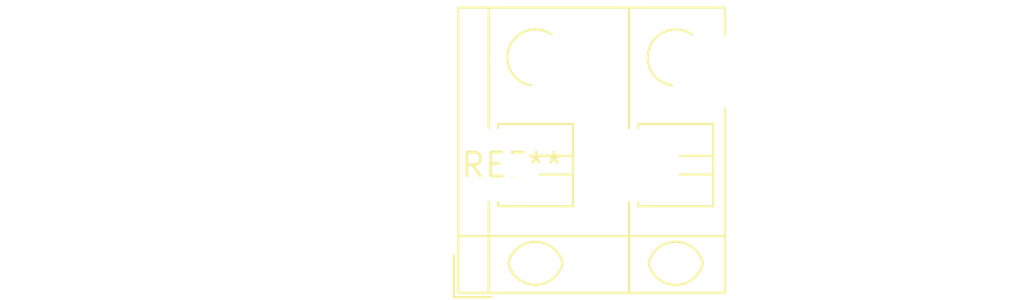
<source format=kicad_pcb>
(kicad_pcb (version 20240108) (generator pcbnew)
  (layers (0 "F.Cu" signal) (31 "B.Cu" signal) (34 "B.Paste" user) (35 "F.Paste" user) (36 "B.SilkS" user "B.Silkscreen") (37 "F.SilkS" user "F.Silkscreen") (38 "B.Mask" user) (39 "F.Mask" user) (44 "Edge.Cuts" user))
  (net 0 "")
  (footprint "TerminalBlock_WAGO_804-302_1x02_P7.50mm_45Degree" (layer "F.Cu") (at 0 0)
    (property "Reference" "REF**")
    (property "Value" "TerminalBlock_WAGO_804-302_1x02_P7.50mm_45Degree")
    (fp_line (start -3.11 4.82) (end -3.11 7.06) (layer "F.SilkS") (stroke (width 0.12)))
    (fp_line (start -3.11 7.06) (end -1.11 7.06) (layer "F.SilkS") (stroke (width 0.12)))
    (fp_line (start -2.87 -8.42) (end -2.87 6.82) (layer "F.SilkS") (stroke (width 0.12)))
    (fp_line (start -2.87 -8.42) (end 11.37 -8.42) (layer "F.SilkS") (stroke (width 0.12)))
    (fp_line (start -2.87 3.8) (end 11.37 3.8) (layer "F.SilkS") (stroke (width 0.12)))
    (fp_line (start -2.87 6.82) (end 11.37 6.82) (layer "F.SilkS") (stroke (width 0.12)))
    (fp_line (start -1.25 -8.42) (end -1.25 -1.98) (layer "F.SilkS") (stroke (width 0.12)))
    (fp_line (start -1.25 1.98) (end -1.25 6.82) (layer "F.SilkS") (stroke (width 0.12)))
    (fp_line (start -0.75 -2.2) (end -0.75 -1.98) (layer "F.SilkS") (stroke (width 0.12)))
    (fp_line (start -0.75 -2.2) (end 3.25 -2.2) (layer "F.SilkS") (stroke (width 0.12)))
    (fp_line (start -0.75 1.98) (end -0.75 2.2) (layer "F.SilkS") (stroke (width 0.12)))
    (fp_line (start -0.75 2.2) (end 3.25 2.2) (layer "F.SilkS") (stroke (width 0.12)))
    (fp_line (start 1.48 -0.5) (end 3.25 -0.5) (layer "F.SilkS") (stroke (width 0.12)))
    (fp_line (start 1.48 0.5) (end 3.25 0.5) (layer "F.SilkS") (stroke (width 0.12)))
    (fp_line (start 3.25 -2.2) (end 3.25 2.2) (layer "F.SilkS") (stroke (width 0.12)))
    (fp_line (start 3.25 -0.5) (end 3.25 0.5) (layer "F.SilkS") (stroke (width 0.12)))
    (fp_line (start 6.25 -8.42) (end 6.25 -1.98) (layer "F.SilkS") (stroke (width 0.12)))
    (fp_line (start 6.25 1.98) (end 6.25 6.82) (layer "F.SilkS") (stroke (width 0.12)))
    (fp_line (start 6.75 -2.2) (end 6.75 -1.98) (layer "F.SilkS") (stroke (width 0.12)))
    (fp_line (start 6.75 -2.2) (end 10.75 -2.2) (layer "F.SilkS") (stroke (width 0.12)))
    (fp_line (start 6.75 1.98) (end 6.75 2.2) (layer "F.SilkS") (stroke (width 0.12)))
    (fp_line (start 6.75 2.2) (end 10.75 2.2) (layer "F.SilkS") (stroke (width 0.12)))
    (fp_line (start 8.98 -0.5) (end 10.75 -0.5) (layer "F.SilkS") (stroke (width 0.12)))
    (fp_line (start 8.98 0.5) (end 10.75 0.5) (layer "F.SilkS") (stroke (width 0.12)))
    (fp_line (start 10.75 -2.2) (end 10.75 2.2) (layer "F.SilkS") (stroke (width 0.12)))
    (fp_line (start 10.75 -0.5) (end 10.75 0.5) (layer "F.SilkS") (stroke (width 0.12)))
    (fp_line (start 11.37 -8.42) (end 11.37 -6.98) (layer "F.SilkS") (stroke (width 0.12)))
    (fp_line (start 11.37 -3.02) (end 11.37 6.82) (layer "F.SilkS") (stroke (width 0.12)))
    (fp_arc (start -0.200865 5.250424) (mid 1.250296 4.099926) (end 2.701 5.251) (layer "F.SilkS") (stroke (width 0.12)))
    (fp_arc (start 1.040798 -4.264067) (mid -0.146039 -6.300306) (end 2.111 -6.979) (layer "F.SilkS") (stroke (width 0.12)))
    (fp_arc (start 2.7 5.25) (mid 1.250068 6.400101) (end -0.199969 5.250133) (layer "F.SilkS") (stroke (width 0.12)))
    (fp_arc (start 7.299135 5.250424) (mid 8.750296 4.099926) (end 10.201 5.251) (layer "F.SilkS") (stroke (width 0.12)))
    (fp_arc (start 8.540798 -4.264067) (mid 7.353961 -6.300306) (end 9.611 -6.979) (layer "F.SilkS") (stroke (width 0.12)))
    (fp_arc (start 10.2 5.25) (mid 8.750068 6.400101) (end 7.300031 5.250133) (layer "F.SilkS") (stroke (width 0.12)))
    (pad "1" thru_hole rect (at 0 0) (size 2 3) (drill 1.2) (layers *.Cu *.Mask) (remove_unused_layers))
    (pad "1" thru_hole rect (at 2.5 -5) (size 2 3) (drill 1.2) (layers *.Cu *.Mask) (remove_unused_layers))
    (pad "2" thru_hole oval (at 7.5 0) (size 2 3) (drill 1.2) (layers *.Cu *.Mask) (remove_unused_layers))
    (pad "2" thru_hole oval (at 10 -5) (size 2 3) (drill 1.2) (layers *.Cu *.Mask) (remove_unused_layers))
  )
)
</source>
